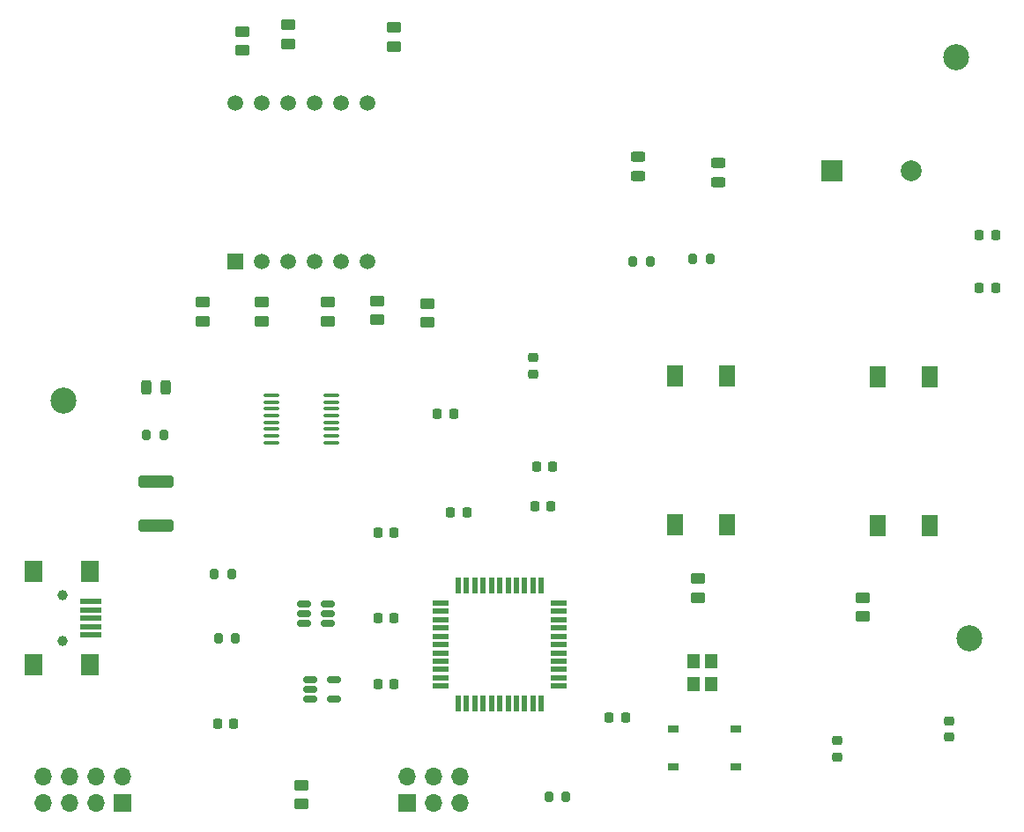
<source format=gbr>
%TF.GenerationSoftware,KiCad,Pcbnew,7.0.1*%
%TF.CreationDate,2023-04-23T14:22:28-06:00*%
%TF.ProjectId,Phase_B_UnoShield,50686173-655f-4425-9f55-6e6f53686965,rev?*%
%TF.SameCoordinates,Original*%
%TF.FileFunction,Soldermask,Top*%
%TF.FilePolarity,Negative*%
%FSLAX46Y46*%
G04 Gerber Fmt 4.6, Leading zero omitted, Abs format (unit mm)*
G04 Created by KiCad (PCBNEW 7.0.1) date 2023-04-23 14:22:28*
%MOMM*%
%LPD*%
G01*
G04 APERTURE LIST*
G04 Aperture macros list*
%AMRoundRect*
0 Rectangle with rounded corners*
0 $1 Rounding radius*
0 $2 $3 $4 $5 $6 $7 $8 $9 X,Y pos of 4 corners*
0 Add a 4 corners polygon primitive as box body*
4,1,4,$2,$3,$4,$5,$6,$7,$8,$9,$2,$3,0*
0 Add four circle primitives for the rounded corners*
1,1,$1+$1,$2,$3*
1,1,$1+$1,$4,$5*
1,1,$1+$1,$6,$7*
1,1,$1+$1,$8,$9*
0 Add four rect primitives between the rounded corners*
20,1,$1+$1,$2,$3,$4,$5,0*
20,1,$1+$1,$4,$5,$6,$7,0*
20,1,$1+$1,$6,$7,$8,$9,0*
20,1,$1+$1,$8,$9,$2,$3,0*%
G04 Aperture macros list end*
%ADD10RoundRect,0.250000X-0.450000X0.262500X-0.450000X-0.262500X0.450000X-0.262500X0.450000X0.262500X0*%
%ADD11RoundRect,0.243750X0.243750X0.456250X-0.243750X0.456250X-0.243750X-0.456250X0.243750X-0.456250X0*%
%ADD12RoundRect,0.225000X-0.225000X-0.250000X0.225000X-0.250000X0.225000X0.250000X-0.225000X0.250000X0*%
%ADD13RoundRect,0.243750X-0.456250X0.243750X-0.456250X-0.243750X0.456250X-0.243750X0.456250X0.243750X0*%
%ADD14RoundRect,0.225000X0.250000X-0.225000X0.250000X0.225000X-0.250000X0.225000X-0.250000X-0.225000X0*%
%ADD15C,1.000000*%
%ADD16R,2.000000X0.500000*%
%ADD17R,1.700000X2.000000*%
%ADD18RoundRect,0.200000X-0.200000X-0.275000X0.200000X-0.275000X0.200000X0.275000X-0.200000X0.275000X0*%
%ADD19RoundRect,0.250000X0.450000X-0.262500X0.450000X0.262500X-0.450000X0.262500X-0.450000X-0.262500X0*%
%ADD20R,1.500000X1.500000*%
%ADD21C,1.500000*%
%ADD22RoundRect,0.100000X-0.637500X-0.100000X0.637500X-0.100000X0.637500X0.100000X-0.637500X0.100000X0*%
%ADD23RoundRect,0.200000X0.200000X0.275000X-0.200000X0.275000X-0.200000X-0.275000X0.200000X-0.275000X0*%
%ADD24RoundRect,0.150000X-0.512500X-0.150000X0.512500X-0.150000X0.512500X0.150000X-0.512500X0.150000X0*%
%ADD25R,1.700000X1.700000*%
%ADD26O,1.700000X1.700000*%
%ADD27RoundRect,0.225000X0.225000X0.250000X-0.225000X0.250000X-0.225000X-0.250000X0.225000X-0.250000X0*%
%ADD28R,1.500000X2.000000*%
%ADD29C,2.500000*%
%ADD30R,1.200000X1.400000*%
%ADD31R,2.000000X2.000000*%
%ADD32C,2.000000*%
%ADD33RoundRect,0.225000X-0.250000X0.225000X-0.250000X-0.225000X0.250000X-0.225000X0.250000X0.225000X0*%
%ADD34RoundRect,0.250000X1.450000X-0.312500X1.450000X0.312500X-1.450000X0.312500X-1.450000X-0.312500X0*%
%ADD35R,1.000000X0.700000*%
%ADD36R,1.500000X0.550000*%
%ADD37R,0.550000X1.500000*%
G04 APERTURE END LIST*
D10*
%TO.C,R17*%
X46355000Y-120182500D03*
X46355000Y-122007500D03*
%TD*%
D11*
%TO.C,D3*%
X33322500Y-81915000D03*
X31447500Y-81915000D03*
%TD*%
D12*
%TO.C,C3*%
X59410000Y-84455000D03*
X60960000Y-84455000D03*
%TD*%
D13*
%TO.C,D2*%
X86360000Y-60355000D03*
X86360000Y-62230000D03*
%TD*%
D14*
%TO.C,C5*%
X68580000Y-80645000D03*
X68580000Y-79095000D03*
%TD*%
D10*
%TO.C,R10*%
X45085000Y-47070000D03*
X45085000Y-48895000D03*
%TD*%
%TO.C,R1*%
X100258335Y-102146853D03*
X100258335Y-103971853D03*
%TD*%
%TO.C,R6*%
X55245000Y-47347500D03*
X55245000Y-49172500D03*
%TD*%
D15*
%TO.C,J1*%
X23435000Y-101935000D03*
X23435000Y-106335000D03*
D16*
X26135000Y-102535000D03*
X26135000Y-103335000D03*
X26135000Y-104135000D03*
X26135000Y-104935000D03*
X26135000Y-105735000D03*
D17*
X26035000Y-99685000D03*
X20585000Y-99685000D03*
X26035000Y-108585000D03*
X20585000Y-108585000D03*
%TD*%
D18*
%TO.C,R3*%
X78192500Y-69850000D03*
X79842500Y-69850000D03*
%TD*%
D10*
%TO.C,R5*%
X40667277Y-47705000D03*
X40667277Y-49530000D03*
%TD*%
D19*
%TO.C,R8*%
X42545000Y-75565000D03*
X42545000Y-73740000D03*
%TD*%
D12*
%TO.C,C9*%
X75920000Y-113665000D03*
X77470000Y-113665000D03*
%TD*%
D10*
%TO.C,R2*%
X84459401Y-100337123D03*
X84459401Y-102162123D03*
%TD*%
D20*
%TO.C,U1*%
X40005000Y-69850000D03*
D21*
X42545000Y-69850000D03*
X45085000Y-69850000D03*
X47625000Y-69850000D03*
X50165000Y-69850000D03*
X52705000Y-69850000D03*
X52705000Y-54610000D03*
X50165000Y-54610000D03*
X47625000Y-54610000D03*
X45085000Y-54610000D03*
X42545000Y-54610000D03*
X40005000Y-54610000D03*
%TD*%
D22*
%TO.C,U2*%
X43502465Y-82703067D03*
X43502465Y-83353067D03*
X43502465Y-84003067D03*
X43502465Y-84653067D03*
X43502465Y-85303067D03*
X43502465Y-85953067D03*
X43502465Y-86603067D03*
X43502465Y-87253067D03*
X49227465Y-87253067D03*
X49227465Y-86603067D03*
X49227465Y-85953067D03*
X49227465Y-85303067D03*
X49227465Y-84653067D03*
X49227465Y-84003067D03*
X49227465Y-83353067D03*
X49227465Y-82703067D03*
%TD*%
D12*
%TO.C,C11*%
X68935000Y-89535000D03*
X70485000Y-89535000D03*
%TD*%
D23*
%TO.C,R14*%
X33114036Y-86524538D03*
X31464036Y-86524538D03*
%TD*%
D12*
%TO.C,C6*%
X68760000Y-93345000D03*
X70310000Y-93345000D03*
%TD*%
D14*
%TO.C,C1*%
X97790000Y-117475000D03*
X97790000Y-115925000D03*
%TD*%
D19*
%TO.C,R9*%
X36830000Y-75565000D03*
X36830000Y-73740000D03*
%TD*%
D12*
%TO.C,C8*%
X111480000Y-72390000D03*
X113030000Y-72390000D03*
%TD*%
D19*
%TO.C,R11*%
X58474704Y-75687736D03*
X58474704Y-73862736D03*
%TD*%
D24*
%TO.C,U5*%
X47191712Y-110039174D03*
X47191712Y-110989174D03*
X47191712Y-111939174D03*
X49466712Y-111939174D03*
X49466712Y-110039174D03*
%TD*%
D25*
%TO.C,J4*%
X29169549Y-121947651D03*
D26*
X29169549Y-119407651D03*
X26629549Y-121947651D03*
X26629549Y-119407651D03*
X24089549Y-121947651D03*
X24089549Y-119407651D03*
X21549549Y-121947651D03*
X21549549Y-119407651D03*
%TD*%
D23*
%TO.C,R4*%
X85614034Y-69572325D03*
X83964034Y-69572325D03*
%TD*%
D27*
%TO.C,C7*%
X113030000Y-67310000D03*
X111480000Y-67310000D03*
%TD*%
D28*
%TO.C,S2*%
X87274904Y-80877421D03*
X87274904Y-95177421D03*
X82274904Y-80877421D03*
X82274904Y-95177421D03*
%TD*%
D27*
%TO.C,C10*%
X55245000Y-95885000D03*
X53695000Y-95885000D03*
%TD*%
D29*
%TO.C,REF\u002A\u002A*%
X23495000Y-83185000D03*
%TD*%
D27*
%TO.C,C12*%
X39860000Y-114305000D03*
X38310000Y-114305000D03*
%TD*%
%TO.C,C4*%
X62230000Y-93980000D03*
X60680000Y-93980000D03*
%TD*%
D19*
%TO.C,R12*%
X48895000Y-75565000D03*
X48895000Y-73740000D03*
%TD*%
D29*
%TO.C,REF\u002A\u002A*%
X109220000Y-50165000D03*
%TD*%
D30*
%TO.C,Y1*%
X85725000Y-110490000D03*
X85725000Y-108290000D03*
X84025000Y-108290000D03*
X84025000Y-110490000D03*
%TD*%
D13*
%TO.C,D1*%
X78725000Y-59785000D03*
X78725000Y-61660000D03*
%TD*%
D18*
%TO.C,R16*%
X37984446Y-99935555D03*
X39634446Y-99935555D03*
%TD*%
D24*
%TO.C,U4*%
X46619689Y-102762287D03*
X46619689Y-103712287D03*
X46619689Y-104662287D03*
X48894689Y-104662287D03*
X48894689Y-103712287D03*
X48894689Y-102762287D03*
%TD*%
D31*
%TO.C,LS1*%
X97335439Y-61120439D03*
D32*
X104935439Y-61120439D03*
%TD*%
D33*
%TO.C,C2*%
X108585000Y-114020000D03*
X108585000Y-115570000D03*
%TD*%
D18*
%TO.C,R15*%
X38355000Y-106045000D03*
X40005000Y-106045000D03*
%TD*%
D34*
%TO.C,F1*%
X32385000Y-95250000D03*
X32385000Y-90975000D03*
%TD*%
D12*
%TO.C,C13*%
X53695000Y-104140000D03*
X55245000Y-104140000D03*
%TD*%
D25*
%TO.C,J3*%
X56515000Y-121920000D03*
D26*
X56515000Y-119380000D03*
X59055000Y-121920000D03*
X59055000Y-119380000D03*
X61595000Y-121920000D03*
X61595000Y-119380000D03*
%TD*%
D12*
%TO.C,C14*%
X53695000Y-110490000D03*
X55245000Y-110490000D03*
%TD*%
D18*
%TO.C,R13*%
X70105000Y-121285000D03*
X71755000Y-121285000D03*
%TD*%
D35*
%TO.C,S3*%
X82118060Y-114768980D03*
X88118060Y-114768980D03*
X82118060Y-118468980D03*
X88118060Y-118468980D03*
%TD*%
D36*
%TO.C,U3*%
X59705000Y-102680000D03*
X59705000Y-103480000D03*
X59705000Y-104280000D03*
X59705000Y-105080000D03*
X59705000Y-105880000D03*
X59705000Y-106680000D03*
X59705000Y-107480000D03*
X59705000Y-108280000D03*
X59705000Y-109080000D03*
X59705000Y-109880000D03*
X59705000Y-110680000D03*
D37*
X61405000Y-112380000D03*
X62205000Y-112380000D03*
X63005000Y-112380000D03*
X63805000Y-112380000D03*
X64605000Y-112380000D03*
X65405000Y-112380000D03*
X66205000Y-112380000D03*
X67005000Y-112380000D03*
X67805000Y-112380000D03*
X68605000Y-112380000D03*
X69405000Y-112380000D03*
D36*
X71105000Y-110680000D03*
X71105000Y-109880000D03*
X71105000Y-109080000D03*
X71105000Y-108280000D03*
X71105000Y-107480000D03*
X71105000Y-106680000D03*
X71105000Y-105880000D03*
X71105000Y-105080000D03*
X71105000Y-104280000D03*
X71105000Y-103480000D03*
X71105000Y-102680000D03*
D37*
X69405000Y-100980000D03*
X68605000Y-100980000D03*
X67805000Y-100980000D03*
X67005000Y-100980000D03*
X66205000Y-100980000D03*
X65405000Y-100980000D03*
X64605000Y-100980000D03*
X63805000Y-100980000D03*
X63005000Y-100980000D03*
X62205000Y-100980000D03*
X61405000Y-100980000D03*
%TD*%
D28*
%TO.C,S1*%
X106680000Y-80950000D03*
X106680000Y-95250000D03*
X101680000Y-80950000D03*
X101680000Y-95250000D03*
%TD*%
D19*
%TO.C,R7*%
X53653525Y-75433990D03*
X53653525Y-73608990D03*
%TD*%
D29*
%TO.C,REF\u002A\u002A*%
X110490000Y-106045000D03*
%TD*%
M02*

</source>
